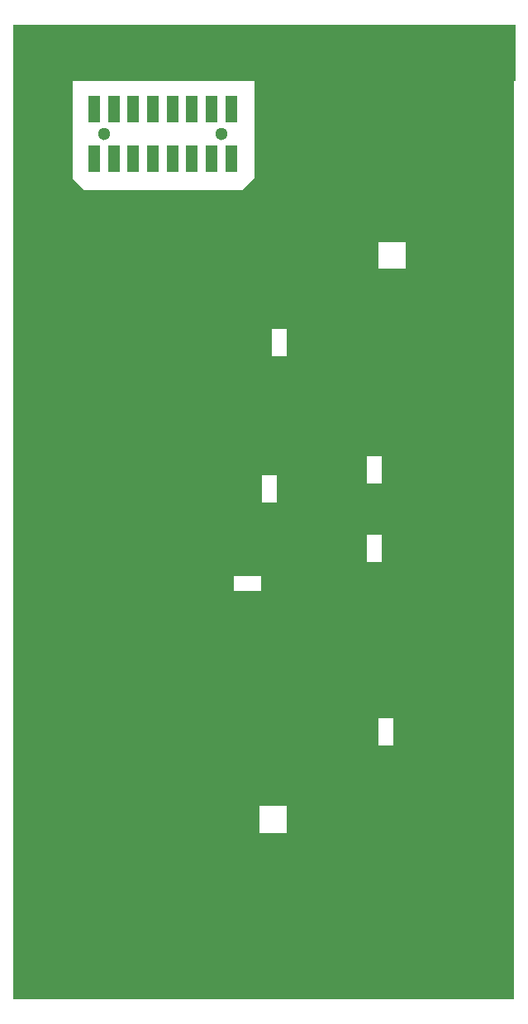
<source format=gbs>
%FSLAX43Y43*%
%MOMM*%
G71*
G01*
G75*
G04 Layer_Color=16711935*
%ADD10R,1.000X0.700*%
%ADD11R,0.700X0.800*%
%ADD12R,0.700X1.000*%
%ADD13R,0.800X0.700*%
%ADD14R,0.700X0.800*%
%ADD15R,1.600X0.800*%
%ADD16R,0.800X0.800*%
%ADD17R,0.800X0.800*%
%ADD18R,0.450X0.250*%
%ADD19R,0.800X2.000*%
%ADD20R,1.500X0.760*%
%ADD21R,0.400X1.200*%
%ADD22R,2.600X1.900*%
%ADD23R,0.760X1.500*%
%ADD24R,1.200X0.400*%
%ADD25R,1.900X2.600*%
%ADD26R,0.600X2.000*%
%ADD27O,0.600X2.000*%
%ADD28R,2.600X2.600*%
%ADD29R,2.000X1.500*%
%ADD30R,2.000X1.500*%
%ADD31R,2.000X3.800*%
%ADD32R,0.600X1.270*%
%ADD33R,0.350X0.900*%
%ADD34R,1.000X0.700*%
%ADD35R,1.000X0.700*%
%ADD36R,1.100X2.200*%
%ADD37R,1.000X1.050*%
%ADD38R,2.200X1.100*%
%ADD39R,1.050X1.000*%
%ADD40R,0.840X1.600*%
%ADD41R,2.400X0.840*%
%ADD42R,1.600X0.840*%
%ADD43R,0.800X1.500*%
%ADD44R,0.800X2.250*%
%ADD45R,0.350X0.280*%
G04:AMPARAMS|DCode=46|XSize=0.3mm|YSize=0.65mm|CornerRadius=0.075mm|HoleSize=0mm|Usage=FLASHONLY|Rotation=0.000|XOffset=0mm|YOffset=0mm|HoleType=Round|Shape=RoundedRectangle|*
%AMROUNDEDRECTD46*
21,1,0.300,0.500,0,0,0.0*
21,1,0.150,0.650,0,0,0.0*
1,1,0.150,0.075,-0.250*
1,1,0.150,-0.075,-0.250*
1,1,0.150,-0.075,0.250*
1,1,0.150,0.075,0.250*
%
%ADD46ROUNDEDRECTD46*%
G04:AMPARAMS|DCode=47|XSize=0.3mm|YSize=0.65mm|CornerRadius=0.075mm|HoleSize=0mm|Usage=FLASHONLY|Rotation=270.000|XOffset=0mm|YOffset=0mm|HoleType=Round|Shape=RoundedRectangle|*
%AMROUNDEDRECTD47*
21,1,0.300,0.500,0,0,270.0*
21,1,0.150,0.650,0,0,270.0*
1,1,0.150,-0.250,-0.075*
1,1,0.150,-0.250,0.075*
1,1,0.150,0.250,0.075*
1,1,0.150,0.250,-0.075*
%
%ADD47ROUNDEDRECTD47*%
%ADD48R,3.300X3.300*%
%ADD49R,0.500X0.500*%
%ADD50R,1.270X0.640*%
%ADD51R,0.900X1.300*%
%ADD52C,0.750*%
%ADD53C,0.500*%
%ADD54C,0.250*%
%ADD55C,0.350*%
%ADD56C,0.965*%
%ADD57C,0.900*%
%ADD58C,0.700*%
%ADD59C,0.200*%
%ADD60C,0.300*%
%ADD61R,11.925X2.000*%
%ADD62R,6.200X2.000*%
%ADD63R,9.650X1.875*%
%ADD64R,2.000X30.000*%
%ADD65R,8.425X2.000*%
%ADD66R,18.025X2.000*%
%ADD67R,3.400X2.000*%
%ADD68R,24.500X1.950*%
%ADD69C,1.000*%
%ADD70R,4.000X4.000*%
%ADD71R,4.000X4.000*%
%ADD72C,0.500*%
%ADD73C,0.900*%
%ADD74C,0.700*%
%ADD75C,1.016*%
%ADD76C,1.900*%
G04:AMPARAMS|DCode=77|XSize=4.3mm|YSize=4.3mm|CornerRadius=0mm|HoleSize=0mm|Usage=FLASHONLY|Rotation=0.000|XOffset=0mm|YOffset=0mm|HoleType=Round|Shape=Relief|Width=0.5mm|Gap=0.25mm|Entries=4|*
%AMTHD77*
7,0,0,4.300,3.800,0.500,45*
%
%ADD77THD77*%
G04:AMPARAMS|DCode=78|XSize=1.754mm|YSize=1.754mm|CornerRadius=0mm|HoleSize=0mm|Usage=FLASHONLY|Rotation=0.000|XOffset=0mm|YOffset=0mm|HoleType=Round|Shape=Relief|Width=0.5mm|Gap=0.25mm|Entries=4|*
%AMTHD78*
7,0,0,1.754,1.254,0.500,45*
%
%ADD78THD78*%
%ADD79C,1.100*%
%ADD80C,0.345*%
%ADD81R,1.000X2.540*%
%ADD82C,0.600*%
%ADD83C,0.203*%
%ADD84C,0.100*%
%ADD85C,0.254*%
%ADD86C,0.152*%
%ADD87C,0.150*%
%ADD88R,0.560X0.210*%
%ADD89R,0.150X0.400*%
%ADD90R,0.150X0.500*%
%ADD91R,0.700X0.500*%
%ADD92R,0.700X0.400*%
%ADD93R,0.400X0.150*%
%ADD94R,0.500X0.150*%
%ADD95R,0.500X0.700*%
%ADD96R,0.400X0.700*%
%ADD97R,0.500X0.150*%
%ADD98R,0.350X1.300*%
%ADD99R,0.300X2.575*%
%ADD100R,0.325X1.400*%
%ADD101R,0.275X0.325*%
%ADD102R,2.575X0.300*%
%ADD103R,1.400X0.325*%
%ADD104R,0.250X0.325*%
%ADD105R,0.350X1.300*%
%ADD106R,0.410X0.210*%
%ADD107R,0.900X0.300*%
%ADD108R,1.494X18.900*%
%ADD109R,51.325X2.938*%
%ADD110R,51.345X2.950*%
%ADD111R,0.250X0.500*%
%ADD112R,0.800X0.500*%
%ADD113R,0.800X0.600*%
%ADD114R,0.250X0.600*%
%ADD115R,0.500X0.250*%
%ADD116R,0.500X0.800*%
%ADD117R,0.500X0.800*%
%ADD118R,0.600X0.800*%
%ADD119R,0.600X0.250*%
%ADD120R,2.200X4.000*%
%ADD121R,2.200X1.700*%
%ADD122R,2.200X1.700*%
%ADD123R,0.450X1.200*%
%ADD124R,0.450X1.200*%
%ADD125R,1.075X1.500*%
%ADD126R,0.400X3.300*%
%ADD127R,2.500X0.400*%
%ADD128R,1.500X1.075*%
%ADD129R,2.000X30.000*%
%ADD130R,24.075X2.000*%
%ADD131R,2.975X2.000*%
%ADD132R,9.200X2.000*%
%ADD133R,17.700X2.000*%
%ADD134R,1.150X0.850*%
%ADD135R,0.850X0.950*%
%ADD136R,0.850X1.150*%
%ADD137R,0.950X0.850*%
%ADD138R,0.850X0.950*%
%ADD139R,1.750X0.950*%
%ADD140R,0.950X0.950*%
%ADD141R,0.950X0.950*%
%ADD142R,0.600X0.400*%
%ADD143R,1.650X0.910*%
%ADD144R,0.550X1.350*%
%ADD145R,0.910X1.650*%
%ADD146R,1.350X0.550*%
%ADD147R,0.750X2.150*%
%ADD148O,0.750X2.150*%
%ADD149R,2.750X2.750*%
%ADD150R,2.150X1.650*%
%ADD151R,2.150X1.650*%
%ADD152R,2.150X3.950*%
%ADD153R,0.750X1.420*%
%ADD154R,1.100X0.800*%
%ADD155R,1.100X0.800*%
%ADD156R,1.250X2.350*%
%ADD157R,1.150X1.200*%
%ADD158R,2.350X1.250*%
%ADD159R,1.200X1.150*%
%ADD160R,0.990X1.750*%
%ADD161R,2.600X1.040*%
%ADD162R,1.040X1.800*%
%ADD163R,1.800X1.040*%
%ADD164R,1.000X1.700*%
%ADD165R,1.000X2.450*%
%ADD166R,0.950X1.650*%
%ADD167R,0.450X0.380*%
G04:AMPARAMS|DCode=168|XSize=0.4mm|YSize=0.75mm|CornerRadius=0.125mm|HoleSize=0mm|Usage=FLASHONLY|Rotation=0.000|XOffset=0mm|YOffset=0mm|HoleType=Round|Shape=RoundedRectangle|*
%AMROUNDEDRECTD168*
21,1,0.400,0.500,0,0,0.0*
21,1,0.150,0.750,0,0,0.0*
1,1,0.250,0.075,-0.250*
1,1,0.250,-0.075,-0.250*
1,1,0.250,-0.075,0.250*
1,1,0.250,0.075,0.250*
%
%ADD168ROUNDEDRECTD168*%
G04:AMPARAMS|DCode=169|XSize=0.4mm|YSize=0.75mm|CornerRadius=0.125mm|HoleSize=0mm|Usage=FLASHONLY|Rotation=270.000|XOffset=0mm|YOffset=0mm|HoleType=Round|Shape=RoundedRectangle|*
%AMROUNDEDRECTD169*
21,1,0.400,0.500,0,0,270.0*
21,1,0.150,0.750,0,0,270.0*
1,1,0.250,-0.250,-0.075*
1,1,0.250,-0.250,0.075*
1,1,0.250,0.250,0.075*
1,1,0.250,0.250,-0.075*
%
%ADD169ROUNDEDRECTD169*%
%ADD170R,0.650X0.650*%
%ADD171R,1.420X0.790*%
%ADD172R,1.050X1.450*%
%ADD173C,1.300*%
%ADD174R,4.150X4.150*%
%ADD175R,4.150X4.150*%
%ADD176R,51.400X3.000*%
%ADD177R,51.520X5.825*%
%ADD178R,1.150X2.690*%
G36*
X205025Y76550D02*
X205025Y76550D01*
Y76550D01*
Y76550D01*
X205025D01*
X205025Y76550D01*
X205025D01*
X153700D01*
X153680Y176450D01*
X153680Y176450D01*
Y176450D01*
X153680Y176450D01*
X159800D01*
Y160700D01*
X161000Y159500D01*
X177200D01*
X178450Y160750D01*
Y176440D01*
X178475Y176450D01*
Y176450D01*
X178475Y176450D01*
X205025D01*
Y76550D01*
D02*
G37*
%LPC*%
G36*
X179055Y119975D02*
X176280D01*
Y118425D01*
X179055D01*
Y119975D01*
D02*
G37*
G36*
X191475Y124155D02*
X189925D01*
Y121380D01*
X191475D01*
Y124155D01*
D02*
G37*
G36*
X181700Y96425D02*
X178950D01*
Y93650D01*
X181700D01*
Y96425D01*
D02*
G37*
G36*
X192650Y105375D02*
X191100D01*
Y102600D01*
X192650D01*
Y105375D01*
D02*
G37*
G36*
X181700Y145250D02*
X180150D01*
Y142475D01*
X181700D01*
Y145250D01*
D02*
G37*
G36*
X193900Y154185D02*
X191100D01*
Y151410D01*
X193900D01*
Y154185D01*
D02*
G37*
G36*
X180700Y130245D02*
X179150D01*
Y127470D01*
X180700D01*
Y130245D01*
D02*
G37*
G36*
X191450Y132238D02*
X189900D01*
Y129462D01*
X191450D01*
Y132238D01*
D02*
G37*
%LPD*%
G54D173*
X175000Y165200D02*
D03*
X163000D02*
D03*
G54D174*
X157000Y170950D02*
D03*
X202000D02*
D03*
G54D175*
X157000Y82050D02*
D03*
G54D176*
X179325Y78050D02*
D03*
G54D177*
X179440Y173538D02*
D03*
G54D178*
X162000Y162656D02*
D03*
Y167744D02*
D03*
X164000D02*
D03*
Y162656D02*
D03*
X166000Y167744D02*
D03*
Y162656D02*
D03*
X168000Y167744D02*
D03*
Y162656D02*
D03*
X170000Y167744D02*
D03*
Y162656D02*
D03*
X172000Y167744D02*
D03*
Y162656D02*
D03*
X174000Y167744D02*
D03*
Y162656D02*
D03*
X176000D02*
D03*
Y167744D02*
D03*
M02*

</source>
